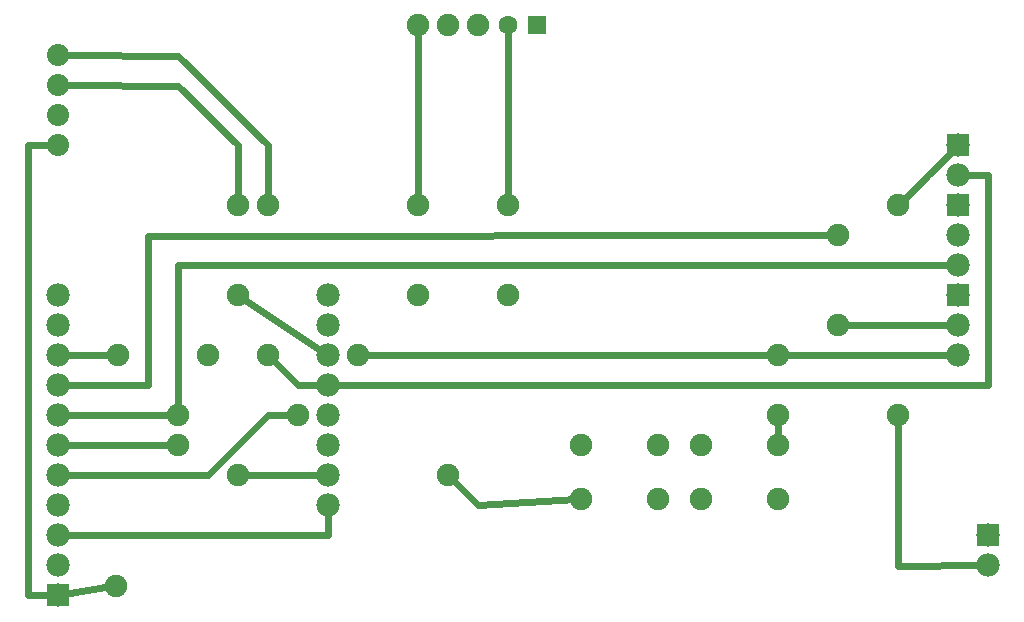
<source format=gtl>
G04 MADE WITH FRITZING*
G04 WWW.FRITZING.ORG*
G04 DOUBLE SIDED*
G04 HOLES PLATED*
G04 CONTOUR ON CENTER OF CONTOUR VECTOR*
%ASAXBY*%
%FSLAX23Y23*%
%MOIN*%
%OFA0B0*%
%SFA1.0B1.0*%
%ADD10C,0.073889*%
%ADD11C,0.078000*%
%ADD12C,0.075000*%
%ADD13C,0.077778*%
%ADD14C,0.062992*%
%ADD15R,0.078000X0.078000*%
%ADD16R,0.062992X0.062992*%
%ADD17C,0.024000*%
%LNCOPPER1*%
G90*
G70*
G54D10*
X140Y1879D03*
X140Y1779D03*
X140Y1679D03*
X140Y1579D03*
G54D11*
X140Y79D03*
X140Y179D03*
X140Y279D03*
X3240Y279D03*
X3240Y179D03*
G54D12*
X740Y479D03*
X333Y112D03*
G54D13*
X140Y1079D03*
X140Y979D03*
X140Y879D03*
X140Y779D03*
X140Y679D03*
X140Y579D03*
X140Y479D03*
X140Y379D03*
X1040Y379D03*
X1040Y479D03*
X1040Y579D03*
X1040Y679D03*
X1040Y779D03*
X1040Y879D03*
X1040Y979D03*
X1040Y1079D03*
G54D11*
X3140Y1079D03*
X3140Y979D03*
X3140Y879D03*
X3140Y1379D03*
X3140Y1279D03*
X3140Y1179D03*
X3140Y1579D03*
X3140Y1479D03*
X3140Y1379D03*
G54D12*
X140Y579D03*
X540Y579D03*
X140Y679D03*
X540Y679D03*
X2740Y979D03*
X2740Y1279D03*
X940Y679D03*
X1140Y879D03*
X2940Y1379D03*
X2940Y679D03*
X1540Y1979D03*
X1440Y1979D03*
X1340Y1979D03*
X1340Y1379D03*
X1340Y1079D03*
X1640Y1379D03*
X1640Y1079D03*
G54D14*
X1738Y1979D03*
X1640Y1979D03*
G54D12*
X740Y1379D03*
X740Y1079D03*
X840Y1379D03*
X840Y879D03*
X2140Y402D03*
X1884Y402D03*
X2140Y579D03*
X1884Y579D03*
X2540Y402D03*
X2284Y402D03*
X2540Y579D03*
X2284Y579D03*
X340Y879D03*
X640Y879D03*
X640Y879D03*
X1440Y479D03*
X2540Y879D03*
X2540Y679D03*
G54D15*
X140Y79D03*
X3240Y279D03*
X3140Y1079D03*
X3140Y1379D03*
X3140Y1579D03*
G54D16*
X1738Y1979D03*
G54D17*
X1040Y361D02*
X1040Y279D01*
D02*
X1040Y279D02*
X340Y279D01*
D02*
X340Y279D02*
X159Y279D01*
D02*
X121Y79D02*
X40Y80D01*
D02*
X40Y1579D02*
X117Y1579D01*
D02*
X40Y80D02*
X40Y1579D01*
D02*
X522Y579D02*
X157Y579D01*
D02*
X3121Y1179D02*
X541Y1179D01*
D02*
X541Y1179D02*
X540Y696D01*
D02*
X140Y679D02*
X140Y679D01*
D02*
X340Y679D02*
X157Y679D01*
D02*
X522Y679D02*
X340Y679D01*
D02*
X3121Y979D02*
X2757Y979D01*
D02*
X158Y779D02*
X439Y780D01*
D02*
X439Y780D02*
X439Y1278D01*
D02*
X439Y1278D02*
X2722Y1279D01*
D02*
X140Y79D02*
X316Y109D01*
D02*
X1022Y479D02*
X757Y479D01*
D02*
X640Y480D02*
X158Y479D01*
D02*
X922Y679D02*
X840Y680D01*
D02*
X840Y680D02*
X640Y480D01*
D02*
X3159Y1479D02*
X3239Y1480D01*
D02*
X3239Y780D02*
X1440Y779D01*
D02*
X3239Y1480D02*
X3239Y780D01*
D02*
X1440Y779D02*
X1058Y779D01*
D02*
X2952Y1391D02*
X3039Y1480D01*
D02*
X3039Y1480D02*
X3126Y1565D01*
D02*
X3221Y179D02*
X2940Y178D01*
D02*
X2940Y178D02*
X2940Y661D01*
D02*
X1340Y1961D02*
X1340Y1396D01*
D02*
X3139Y880D02*
X3139Y880D01*
D02*
X3139Y880D02*
X1157Y879D01*
D02*
X1640Y1963D02*
X1640Y1396D01*
D02*
X740Y1396D02*
X740Y1579D01*
D02*
X540Y1778D02*
X163Y1779D01*
D02*
X740Y1579D02*
X540Y1778D01*
D02*
X1025Y889D02*
X754Y1069D01*
D02*
X163Y1879D02*
X540Y1878D01*
D02*
X540Y1878D02*
X839Y1579D01*
D02*
X839Y1579D02*
X840Y1396D01*
D02*
X1040Y779D02*
X941Y780D01*
D02*
X941Y780D02*
X852Y866D01*
D02*
X322Y879D02*
X158Y879D01*
D02*
X1867Y400D02*
X1540Y379D01*
D02*
X1540Y379D02*
X1452Y466D01*
D02*
X2540Y596D02*
X2540Y661D01*
G04 End of Copper1*
M02*
</source>
